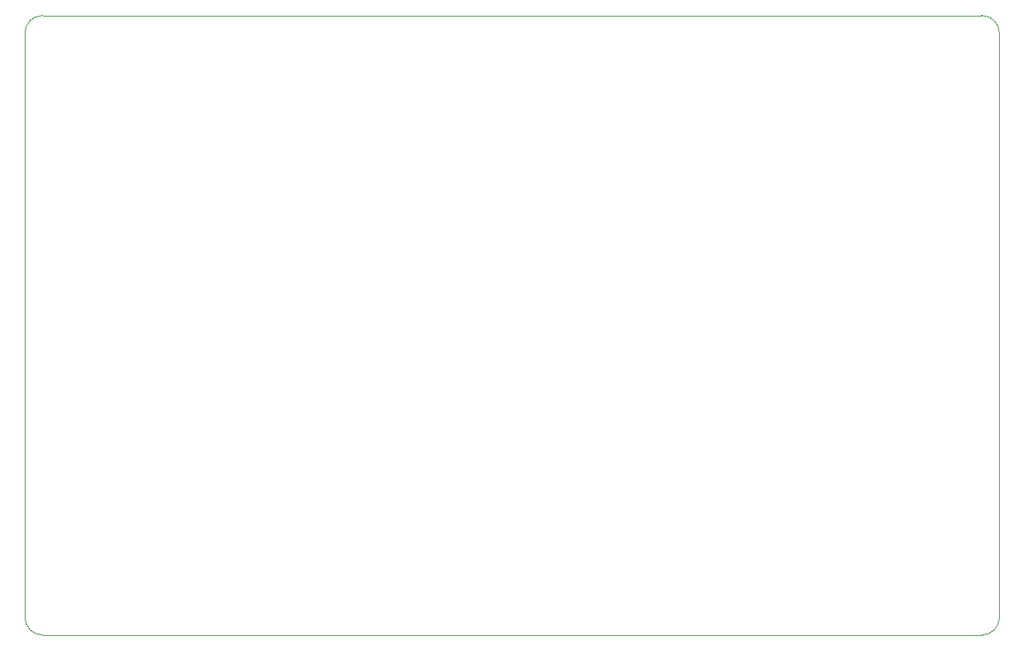
<source format=gbr>
G04 #@! TF.GenerationSoftware,KiCad,Pcbnew,(5.1.9)-1*
G04 #@! TF.CreationDate,2021-04-11T14:53:41+01:00*
G04 #@! TF.ProjectId,EnvMCRO,456e764d-4352-44f2-9e6b-696361645f70,rev?*
G04 #@! TF.SameCoordinates,Original*
G04 #@! TF.FileFunction,Profile,NP*
%FSLAX46Y46*%
G04 Gerber Fmt 4.6, Leading zero omitted, Abs format (unit mm)*
G04 Created by KiCad (PCBNEW (5.1.9)-1) date 2021-04-11 14:53:41*
%MOMM*%
%LPD*%
G01*
G04 APERTURE LIST*
G04 #@! TA.AperFunction,Profile*
%ADD10C,0.100000*%
G04 #@! TD*
G04 APERTURE END LIST*
D10*
X171000000Y-38800000D02*
G75*
G02*
X173000000Y-40800000I0J-2000000D01*
G01*
X173000000Y-106500000D02*
G75*
G02*
X171000000Y-108500000I-2000000J0D01*
G01*
X65400000Y-108500000D02*
G75*
G02*
X63400000Y-106500000I0J2000000D01*
G01*
X63400000Y-40800000D02*
X63400000Y-106500000D01*
X171000000Y-38800000D02*
X65400000Y-38800000D01*
X63400000Y-40800000D02*
G75*
G02*
X65400000Y-38800000I2000000J0D01*
G01*
X173000000Y-106500000D02*
X173000000Y-40800000D01*
X65400000Y-108500000D02*
X171000000Y-108500000D01*
M02*

</source>
